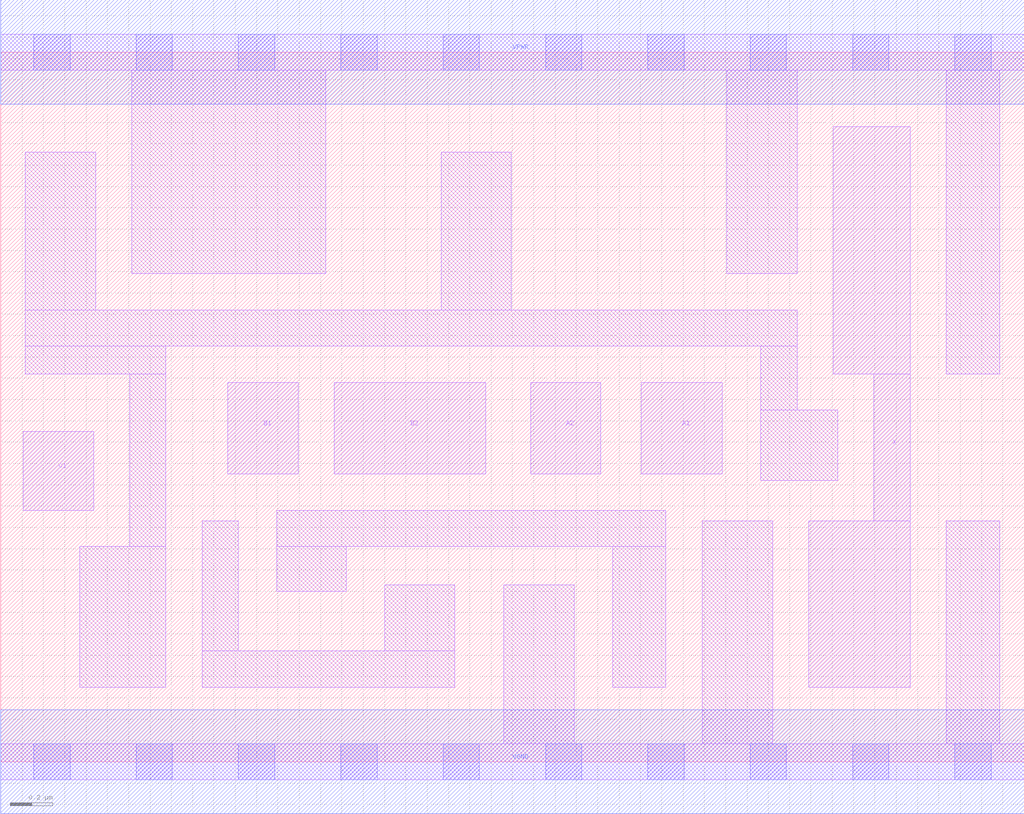
<source format=lef>
# Copyright 2020 The SkyWater PDK Authors
#
# Licensed under the Apache License, Version 2.0 (the "License");
# you may not use this file except in compliance with the License.
# You may obtain a copy of the License at
#
#     https://www.apache.org/licenses/LICENSE-2.0
#
# Unless required by applicable law or agreed to in writing, software
# distributed under the License is distributed on an "AS IS" BASIS,
# WITHOUT WARRANTIES OR CONDITIONS OF ANY KIND, either express or implied.
# See the License for the specific language governing permissions and
# limitations under the License.
#
# SPDX-License-Identifier: Apache-2.0

VERSION 5.7 ;
  NAMESCASESENSITIVE ON ;
  NOWIREEXTENSIONATPIN ON ;
  DIVIDERCHAR "/" ;
  BUSBITCHARS "[]" ;
UNITS
  DATABASE MICRONS 200 ;
END UNITS
MACRO sky130_fd_sc_ls__o221a_2
  CLASS CORE ;
  FOREIGN sky130_fd_sc_ls__o221a_2 ;
  ORIGIN  0.000000  0.000000 ;
  SIZE  4.800000 BY  3.330000 ;
  SYMMETRY X Y ;
  SITE unit ;
  PIN A1
    ANTENNAGATEAREA  0.261000 ;
    DIRECTION INPUT ;
    USE SIGNAL ;
    PORT
      LAYER li1 ;
        RECT 3.005000 1.350000 3.385000 1.780000 ;
    END
  END A1
  PIN A2
    ANTENNAGATEAREA  0.261000 ;
    DIRECTION INPUT ;
    USE SIGNAL ;
    PORT
      LAYER li1 ;
        RECT 2.485000 1.350000 2.815000 1.780000 ;
    END
  END A2
  PIN B1
    ANTENNAGATEAREA  0.261000 ;
    DIRECTION INPUT ;
    USE SIGNAL ;
    PORT
      LAYER li1 ;
        RECT 1.065000 1.350000 1.395000 1.780000 ;
    END
  END B1
  PIN B2
    ANTENNAGATEAREA  0.261000 ;
    DIRECTION INPUT ;
    USE SIGNAL ;
    PORT
      LAYER li1 ;
        RECT 1.565000 1.350000 2.275000 1.780000 ;
    END
  END B2
  PIN C1
    ANTENNAGATEAREA  0.261000 ;
    DIRECTION INPUT ;
    USE SIGNAL ;
    PORT
      LAYER li1 ;
        RECT 0.105000 1.180000 0.435000 1.550000 ;
    END
  END C1
  PIN X
    ANTENNADIFFAREA  0.543200 ;
    DIRECTION OUTPUT ;
    USE SIGNAL ;
    PORT
      LAYER li1 ;
        RECT 3.790000 0.350000 4.265000 1.130000 ;
        RECT 3.905000 1.820000 4.265000 2.980000 ;
        RECT 4.095000 1.130000 4.265000 1.820000 ;
    END
  END X
  PIN VGND
    DIRECTION INOUT ;
    SHAPE ABUTMENT ;
    USE GROUND ;
    PORT
      LAYER met1 ;
        RECT 0.000000 -0.245000 4.800000 0.245000 ;
    END
  END VGND
  PIN VPWR
    DIRECTION INOUT ;
    SHAPE ABUTMENT ;
    USE POWER ;
    PORT
      LAYER met1 ;
        RECT 0.000000 3.085000 4.800000 3.575000 ;
    END
  END VPWR
  OBS
    LAYER li1 ;
      RECT 0.000000 -0.085000 4.800000 0.085000 ;
      RECT 0.000000  3.245000 4.800000 3.415000 ;
      RECT 0.115000  1.820000 0.775000 1.950000 ;
      RECT 0.115000  1.950000 3.735000 2.120000 ;
      RECT 0.115000  2.120000 0.445000 2.860000 ;
      RECT 0.370000  0.350000 0.775000 1.010000 ;
      RECT 0.605000  1.010000 0.775000 1.820000 ;
      RECT 0.615000  2.290000 1.525000 3.245000 ;
      RECT 0.945000  0.350000 2.130000 0.520000 ;
      RECT 0.945000  0.520000 1.115000 1.130000 ;
      RECT 1.295000  0.800000 1.620000 1.010000 ;
      RECT 1.295000  1.010000 3.120000 1.180000 ;
      RECT 1.800000  0.520000 2.130000 0.830000 ;
      RECT 2.065000  2.120000 2.395000 2.860000 ;
      RECT 2.360000  0.085000 2.690000 0.830000 ;
      RECT 2.870000  0.350000 3.120000 1.010000 ;
      RECT 3.290000  0.085000 3.620000 1.130000 ;
      RECT 3.405000  2.290000 3.735000 3.245000 ;
      RECT 3.565000  1.320000 3.925000 1.650000 ;
      RECT 3.565000  1.650000 3.735000 1.950000 ;
      RECT 4.435000  0.085000 4.685000 1.130000 ;
      RECT 4.435000  1.820000 4.685000 3.245000 ;
    LAYER mcon ;
      RECT 0.155000 -0.085000 0.325000 0.085000 ;
      RECT 0.155000  3.245000 0.325000 3.415000 ;
      RECT 0.635000 -0.085000 0.805000 0.085000 ;
      RECT 0.635000  3.245000 0.805000 3.415000 ;
      RECT 1.115000 -0.085000 1.285000 0.085000 ;
      RECT 1.115000  3.245000 1.285000 3.415000 ;
      RECT 1.595000 -0.085000 1.765000 0.085000 ;
      RECT 1.595000  3.245000 1.765000 3.415000 ;
      RECT 2.075000 -0.085000 2.245000 0.085000 ;
      RECT 2.075000  3.245000 2.245000 3.415000 ;
      RECT 2.555000 -0.085000 2.725000 0.085000 ;
      RECT 2.555000  3.245000 2.725000 3.415000 ;
      RECT 3.035000 -0.085000 3.205000 0.085000 ;
      RECT 3.035000  3.245000 3.205000 3.415000 ;
      RECT 3.515000 -0.085000 3.685000 0.085000 ;
      RECT 3.515000  3.245000 3.685000 3.415000 ;
      RECT 3.995000 -0.085000 4.165000 0.085000 ;
      RECT 3.995000  3.245000 4.165000 3.415000 ;
      RECT 4.475000 -0.085000 4.645000 0.085000 ;
      RECT 4.475000  3.245000 4.645000 3.415000 ;
  END
END sky130_fd_sc_ls__o221a_2
END LIBRARY

</source>
